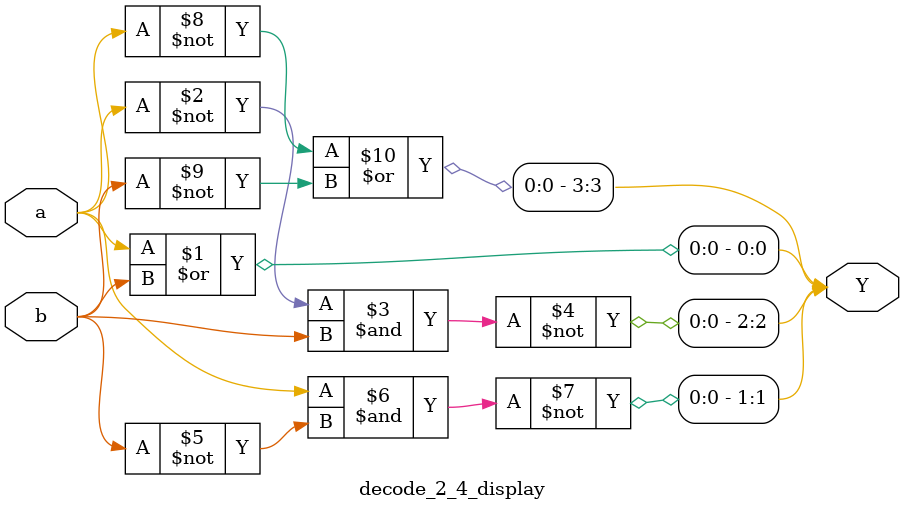
<source format=v>
`timescale 1ns / 1ps


module decode_2_4_display(
    input a,
    input b,
    output [3:0]Y
    );

/*
    assign Y[0] = a|b;
    assign Y[1] = a|~b;
    assign Y[2]= ~a|b;
    assign Y[3] = ~a|~b;
*/
    assign Y[0] = a|b;
    assign Y[2] = ~(~a&b);
    assign Y[1]= ~(a&~b);
    assign Y[3] = ~a|~b;
    
endmodule

</source>
